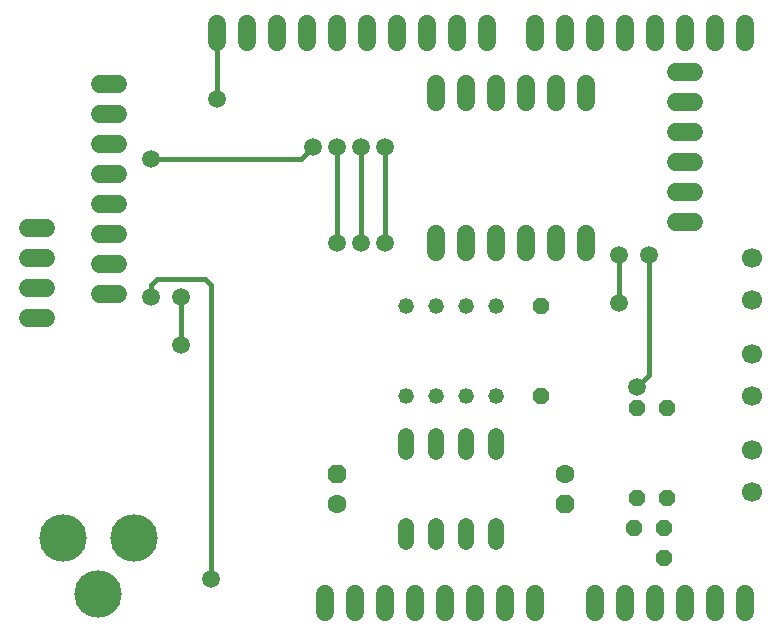
<source format=gbr>
G04 EAGLE Gerber RS-274X export*
G75*
%MOMM*%
%FSLAX34Y34*%
%LPD*%
%INTop Copper*%
%IPPOS*%
%AMOC8*
5,1,8,0,0,1.08239X$1,22.5*%
G01*
%ADD10C,4.013200*%
%ADD11C,1.524000*%
%ADD12C,1.320800*%
%ADD13C,1.700000*%
%ADD14P,1.429621X8X292.500000*%
%ADD15P,1.429621X8X112.500000*%
%ADD16C,1.320800*%
%ADD17P,1.732040X8X112.500000*%
%ADD18C,1.600200*%
%ADD19P,1.732040X8X292.500000*%
%ADD20C,1.500000*%
%ADD21C,0.406400*%


D10*
X117950Y80010D03*
X57950Y80010D03*
X87950Y33010D03*
D11*
X279400Y33020D02*
X279400Y17780D01*
X304800Y17780D02*
X304800Y33020D01*
X330200Y33020D02*
X330200Y17780D01*
X355600Y17780D02*
X355600Y33020D01*
X381000Y33020D02*
X381000Y17780D01*
X406400Y17780D02*
X406400Y33020D01*
X431800Y33020D02*
X431800Y17780D01*
X457200Y17780D02*
X457200Y33020D01*
X508000Y33020D02*
X508000Y17780D01*
X533400Y17780D02*
X533400Y33020D01*
X558800Y33020D02*
X558800Y17780D01*
X584200Y17780D02*
X584200Y33020D01*
X609600Y33020D02*
X609600Y17780D01*
X635000Y17780D02*
X635000Y33020D01*
X635000Y500380D02*
X635000Y515620D01*
X609600Y515620D02*
X609600Y500380D01*
X584200Y500380D02*
X584200Y515620D01*
X558800Y515620D02*
X558800Y500380D01*
X533400Y500380D02*
X533400Y515620D01*
X508000Y515620D02*
X508000Y500380D01*
X482600Y500380D02*
X482600Y515620D01*
X457200Y515620D02*
X457200Y500380D01*
X416560Y500380D02*
X416560Y515620D01*
X391160Y515620D02*
X391160Y500380D01*
X365760Y500380D02*
X365760Y515620D01*
X340360Y515620D02*
X340360Y500380D01*
X314960Y500380D02*
X314960Y515620D01*
X289560Y515620D02*
X289560Y500380D01*
X264160Y500380D02*
X264160Y515620D01*
X238760Y515620D02*
X238760Y500380D01*
X213360Y500380D02*
X213360Y515620D01*
X187960Y515620D02*
X187960Y500380D01*
D12*
X347980Y200660D03*
X373380Y200660D03*
X373380Y276860D03*
X347980Y276860D03*
X398780Y200660D03*
X424180Y200660D03*
X398780Y276860D03*
X424180Y276860D03*
D13*
X641080Y282220D03*
X641080Y317220D03*
D14*
X462280Y276860D03*
X462280Y200660D03*
D13*
X641080Y200940D03*
X641080Y235940D03*
X641080Y119660D03*
X641080Y154660D03*
D14*
X568960Y190500D03*
X568960Y114300D03*
D15*
X566420Y63500D03*
X566420Y88900D03*
X541020Y88900D03*
D14*
X543560Y190500D03*
X543560Y114300D03*
D11*
X373380Y449580D02*
X373380Y464820D01*
X398780Y464820D02*
X398780Y449580D01*
X424180Y449580D02*
X424180Y464820D01*
X449580Y464820D02*
X449580Y449580D01*
X474980Y449580D02*
X474980Y464820D01*
X500380Y464820D02*
X500380Y449580D01*
X373380Y337820D02*
X373380Y322580D01*
X398780Y322580D02*
X398780Y337820D01*
X424180Y337820D02*
X424180Y322580D01*
X449580Y322580D02*
X449580Y337820D01*
X474980Y337820D02*
X474980Y322580D01*
X500380Y322580D02*
X500380Y337820D01*
D16*
X347980Y90424D02*
X347980Y77216D01*
X373380Y77216D02*
X373380Y90424D01*
X373380Y153416D02*
X373380Y166624D01*
X347980Y166624D02*
X347980Y153416D01*
X398780Y90424D02*
X398780Y77216D01*
X424180Y77216D02*
X424180Y90424D01*
X398780Y153416D02*
X398780Y166624D01*
X424180Y166624D02*
X424180Y153416D01*
D17*
X289560Y134620D03*
D18*
X289560Y109220D03*
D19*
X482600Y109220D03*
D18*
X482600Y134620D03*
D11*
X576580Y347980D02*
X591820Y347980D01*
X591820Y373380D02*
X576580Y373380D01*
X576580Y398780D02*
X591820Y398780D01*
X591820Y424180D02*
X576580Y424180D01*
X576580Y449580D02*
X591820Y449580D01*
X591820Y474980D02*
X576580Y474980D01*
X104140Y287020D02*
X88900Y287020D01*
X88900Y312420D02*
X104140Y312420D01*
X104140Y337820D02*
X88900Y337820D01*
X88900Y363220D02*
X104140Y363220D01*
X104140Y388620D02*
X88900Y388620D01*
X88900Y414020D02*
X104140Y414020D01*
X104140Y439420D02*
X88900Y439420D01*
X88900Y464820D02*
X104140Y464820D01*
X43180Y266700D02*
X27940Y266700D01*
X27940Y292100D02*
X43180Y292100D01*
X43180Y317500D02*
X27940Y317500D01*
X27940Y342900D02*
X43180Y342900D01*
D20*
X187960Y452120D03*
D21*
X187960Y508000D01*
D20*
X553720Y320040D03*
X543560Y208280D03*
D21*
X553720Y218440D02*
X553720Y320040D01*
X553720Y218440D02*
X543560Y208280D01*
D20*
X157480Y284480D03*
D21*
X157480Y243840D01*
D20*
X157480Y243840D03*
X528320Y279400D03*
D21*
X528320Y320040D01*
D20*
X528320Y320040D03*
X132080Y284480D03*
X182880Y45720D03*
D21*
X182880Y294640D02*
X177800Y299720D01*
X137160Y299720D01*
X132080Y294640D01*
X132080Y284480D01*
X182880Y294640D02*
X182880Y45720D01*
D20*
X330200Y411480D03*
D21*
X330200Y330200D01*
D20*
X330200Y330200D03*
X309880Y411480D03*
X309880Y330200D03*
D21*
X309880Y411480D01*
D20*
X269240Y411480D03*
D21*
X259080Y401320D01*
X132080Y401320D01*
D20*
X132080Y401320D03*
X289560Y411480D03*
D21*
X289560Y330200D01*
D20*
X289560Y330200D03*
M02*

</source>
